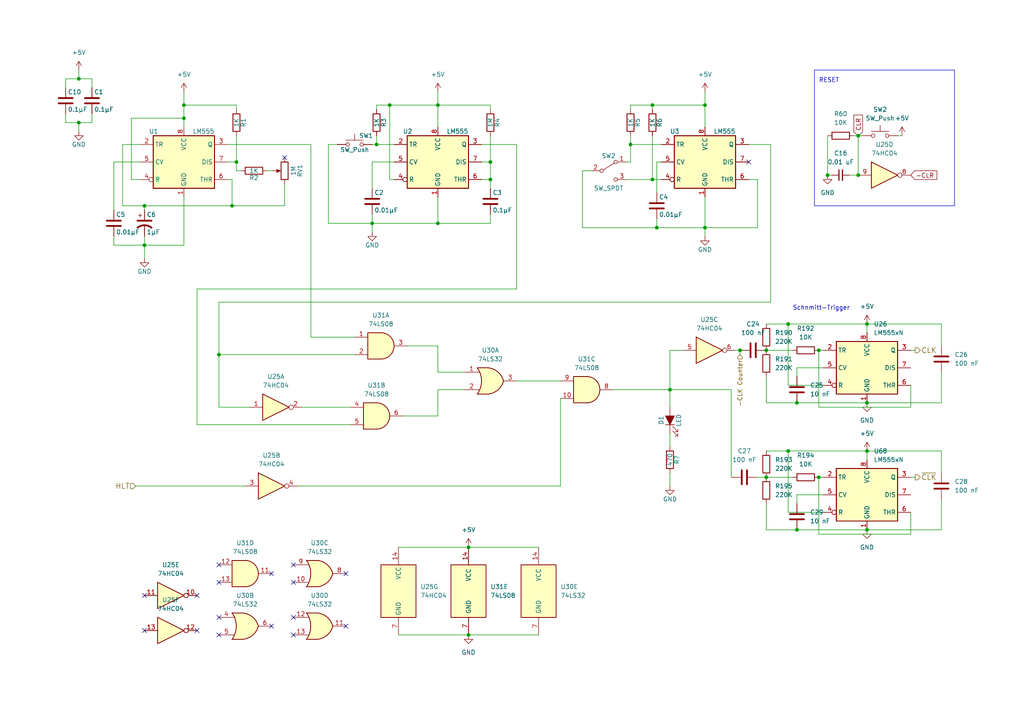
<source format=kicad_sch>
(kicad_sch (version 20230121) (generator eeschema)
  (paper "A4")
  (title_block (title "Clock") (date "2023-07-14") (rev "1"))
  (lib_symbols
    (symbol "74xx:74HC04"
      (property "Reference" "U" (at 0 1.27 0))
      (property "Value" "74HC04" (at 0 -1.27 0))
      (symbol "74HC04_1_0"
        (pin input line (at -7.62 0 0) (length 3.81) (name "~") (number "1"))
        (pin output inverted (at 7.62 0 180) (length 3.81) (name "~") (number "2"))
      )
      (symbol "74HC04_2_0"
        (pin input line (at -7.62 0 0) (length 3.81) (name "~") (number "3"))
        (pin output inverted (at 7.62 0 180) (length 3.81) (name "~") (number "4"))
      )
      (symbol "74HC04_3_0"
        (pin input line (at -7.62 0 0) (length 3.81) (name "~") (number "5"))
        (pin output inverted (at 7.62 0 180) (length 3.81) (name "~") (number "6"))
      )
      (symbol "74HC04_4_0"
        (pin output inverted (at 7.62 0 180) (length 3.81) (name "~") (number "8"))
        (pin input line (at -7.62 0 0) (length 3.81) (name "~") (number "9"))
      )
      (symbol "74HC04_5_0"
        (pin output inverted (at 7.62 0 180) (length 3.81) (name "~") (number "10"))
        (pin input line (at -7.62 0 0) (length 3.81) (name "~") (number "11"))
      )
      (symbol "74HC04_6_0"
        (pin output inverted (at 7.62 0 180) (length 3.81) (name "~") (number "12"))
        (pin input line (at -7.62 0 0) (length 3.81) (name "~") (number "13"))
      )
      (symbol "74HC04_7_0"
        (pin power_in line (at 0 12.7 270) (length 5.08) (name "VCC") (number "14"))
        (pin power_in line (at 0 -12.7 90) (length 5.08) (name "GND") (number "7"))
      )
    )
    (symbol "74xx:74LS08" (pin_names (offset 1.016))
      (property "Reference" "U" (at 0 1.27 0))
      (property "Value" "74LS08" (at 0 -1.27 0))
      (symbol "74LS08_1_1"
        (pin input line (at -7.62 2.54 0) (length 3.81) (name "~") (number "1"))
        (pin input line (at -7.62 -2.54 0) (length 3.81) (name "~") (number "2"))
        (pin output line (at 7.62 0 180) (length 3.81) (name "~") (number "3"))
      )
      (symbol "74LS08_1_2"
        (pin input inverted (at -7.62 2.54 0) (length 4.318) (name "~") (number "1"))
        (pin input inverted (at -7.62 -2.54 0) (length 4.318) (name "~") (number "2"))
        (pin output inverted (at 7.62 0 180) (length 3.81) (name "~") (number "3"))
      )
      (symbol "74LS08_2_1"
        (pin input line (at -7.62 2.54 0) (length 3.81) (name "~") (number "4"))
        (pin input line (at -7.62 -2.54 0) (length 3.81) (name "~") (number "5"))
        (pin output line (at 7.62 0 180) (length 3.81) (name "~") (number "6"))
      )
      (symbol "74LS08_2_2"
        (pin input inverted (at -7.62 2.54 0) (length 4.318) (name "~") (number "4"))
        (pin input inverted (at -7.62 -2.54 0) (length 4.318) (name "~") (number "5"))
        (pin output inverted (at 7.62 0 180) (length 3.81) (name "~") (number "6"))
      )
      (symbol "74LS08_3_1"
        (pin input line (at -7.62 -2.54 0) (length 3.81) (name "~") (number "10"))
        (pin output line (at 7.62 0 180) (length 3.81) (name "~") (number "8"))
        (pin input line (at -7.62 2.54 0) (length 3.81) (name "~") (number "9"))
      )
      (symbol "74LS08_3_2"
        (pin input inverted (at -7.62 -2.54 0) (length 4.318) (name "~") (number "10"))
        (pin output inverted (at 7.62 0 180) (length 3.81) (name "~") (number "8"))
        (pin input inverted (at -7.62 2.54 0) (length 4.318) (name "~") (number "9"))
      )
      (symbol "74LS08_4_1"
        (pin output line (at 7.62 0 180) (length 3.81) (name "~") (number "11"))
        (pin input line (at -7.62 2.54 0) (length 3.81) (name "~") (number "12"))
        (pin input line (at -7.62 -2.54 0) (length 3.81) (name "~") (number "13"))
      )
      (symbol "74LS08_4_2"
        (pin output inverted (at 7.62 0 180) (length 3.81) (name "~") (number "11"))
        (pin input inverted (at -7.62 2.54 0) (length 4.318) (name "~") (number "12"))
        (pin input inverted (at -7.62 -2.54 0) (length 4.318) (name "~") (number "13"))
      )
      (symbol "74LS08_5_0"
        (pin power_in line (at 0 12.7 270) (length 5.08) (name "VCC") (number "14"))
        (pin power_in line (at 0 -12.7 90) (length 5.08) (name "GND") (number "7"))
      )
    )
    (symbol "74xx:74LS32" (pin_names (offset 1.016))
      (property "Reference" "U" (at 0 1.27 0))
      (property "Value" "74LS32" (at 0 -1.27 0))
      (symbol "74LS32_1_1"
        (pin input line (at -7.62 2.54 0) (length 4.318) (name "~") (number "1"))
        (pin input line (at -7.62 -2.54 0) (length 4.318) (name "~") (number "2"))
        (pin output line (at 7.62 0 180) (length 3.81) (name "~") (number "3"))
      )
      (symbol "74LS32_1_2"
        (pin input inverted (at -7.62 2.54 0) (length 3.81) (name "~") (number "1"))
        (pin input inverted (at -7.62 -2.54 0) (length 3.81) (name "~") (number "2"))
        (pin output inverted (at 7.62 0 180) (length 3.81) (name "~") (number "3"))
      )
      (symbol "74LS32_2_1"
        (pin input line (at -7.62 2.54 0) (length 4.318) (name "~") (number "4"))
        (pin input line (at -7.62 -2.54 0) (length 4.318) (name "~") (number "5"))
        (pin output line (at 7.62 0 180) (length 3.81) (name "~") (number "6"))
      )
      (symbol "74LS32_2_2"
        (pin input inverted (at -7.62 2.54 0) (length 3.81) (name "~") (number "4"))
        (pin input inverted (at -7.62 -2.54 0) (length 3.81) (name "~") (number "5"))
        (pin output inverted (at 7.62 0 180) (length 3.81) (name "~") (number "6"))
      )
      (symbol "74LS32_3_1"
        (pin input line (at -7.62 -2.54 0) (length 4.318) (name "~") (number "10"))
        (pin output line (at 7.62 0 180) (length 3.81) (name "~") (number "8"))
        (pin input line (at -7.62 2.54 0) (length 4.318) (name "~") (number "9"))
      )
      (symbol "74LS32_3_2"
        (pin input inverted (at -7.62 -2.54 0) (length 3.81) (name "~") (number "10"))
        (pin output inverted (at 7.62 0 180) (length 3.81) (name "~") (number "8"))
        (pin input inverted (at -7.62 2.54 0) (length 3.81) (name "~") (number "9"))
      )
      (symbol "74LS32_4_1"
        (pin output line (at 7.62 0 180) (length 3.81) (name "~") (number "11"))
        (pin input line (at -7.62 2.54 0) (length 4.318) (name "~") (number "12"))
        (pin input line (at -7.62 -2.54 0) (length 4.318) (name "~") (number "13"))
      )
      (symbol "74LS32_4_2"
        (pin output inverted (at 7.62 0 180) (length 3.81) (name "~") (number "11"))
        (pin input inverted (at -7.62 2.54 0) (length 3.81) (name "~") (number "12"))
        (pin input inverted (at -7.62 -2.54 0) (length 3.81) (name "~") (number "13"))
      )
      (symbol "74LS32_5_0"
        (pin power_in line (at 0 12.7 270) (length 5.08) (name "VCC") (number "14"))
        (pin power_in line (at 0 -12.7 90) (length 5.08) (name "GND") (number "7"))
      )
    )
    (symbol "8bit-computer-rescue:CP1-Device" (pin_numbers hide) (pin_names (offset 0.254) hide)
      (property "Reference" "C" (at 0.635 2.54 0))
      (property "Value" "Device:CP1" (at 0.635 -2.54 0))
      (symbol "CP1-Device_1_1"
        (pin passive line (at 0 3.81 270) (length 2.794) (name "~") (number "1"))
        (pin passive line (at 0 -3.81 90) (length 3.302) (name "~") (number "2"))
      )
    )
    (symbol "8bit-computer-rescue:LED_ALT-Device" (pin_numbers hide) (pin_names (offset 1.016) hide)
      (property "Reference" "D" (at 0 2.54 0))
      (property "Value" "Device:LED_ALT" (at 0 -2.54 0))
      (symbol "LED_ALT-Device_1_1"
        (pin passive line (at -3.81 0 0) (length 2.54) (name "K") (number "1"))
        (pin passive line (at 3.81 0 180) (length 2.54) (name "A") (number "2"))
      )
    )
    (symbol "8bit-computer-rescue:LM555-8bit-computer-rescue"
      (property "Reference" "U" (at -10.16 8.89 0))
      (property "Value" "8bit-computer-rescue:LM555" (at 2.54 8.89 0))
      (symbol "LM555-8bit-computer-rescue_0_0"
        (pin power_in line (at 0 -10.16 90) (length 2.54) (name "GND") (number "1"))
        (pin power_in line (at 0 10.16 270) (length 2.54) (name "VCC") (number "8"))
      )
      (symbol "LM555-8bit-computer-rescue_1_1"
        (pin input line (at -12.7 5.08 0) (length 3.81) (name "TR") (number "2"))
        (pin output line (at 12.7 5.08 180) (length 3.81) (name "Q") (number "3"))
        (pin input inverted (at -12.7 -5.08 0) (length 3.81) (name "R") (number "4"))
        (pin input line (at -12.7 0 0) (length 3.81) (name "CV") (number "5"))
        (pin input line (at 12.7 -5.08 180) (length 3.81) (name "THR") (number "6"))
        (pin input line (at 12.7 0 180) (length 3.81) (name "DIS") (number "7"))
      )
    )
    (symbol "8bit-computer-rescue:POT-8bit-computer-rescue" (pin_numbers hide) (pin_names (offset 1.016) hide)
      (property "Reference" "RV" (at -4.445 0 90))
      (property "Value" "8bit-computer-rescue:POT" (at -2.54 0 90))
      (symbol "POT-8bit-computer-rescue_1_1"
        (pin passive line (at 0 3.81 270) (length 1.27) (name "1") (number "1"))
        (pin passive line (at 3.81 0 180) (length 1.27) (name "2") (number "2"))
        (pin passive line (at 0 -3.81 90) (length 1.27) (name "3") (number "3"))
      )
    )
    (symbol "8bit-computer-rescue:SW_Push-8bit-computer-rescue" (pin_numbers hide) (pin_names (offset 1.016) hide)
      (property "Reference" "SW" (at 1.27 2.54 0))
      (property "Value" "8bit-computer-rescue:SW_Push" (at 0 -1.524 0))
      (symbol "SW_Push-8bit-computer-rescue_0_1"
        (pin passive line (at -5.08 0 0) (length 2.54) (name "1") (number "1"))
        (pin passive line (at 5.08 0 180) (length 2.54) (name "2") (number "2"))
      )
    )
    (symbol "8bit-computer-rescue:SW_SPDT-8bit-computer-rescue" (pin_names (offset 0) hide)
      (property "Reference" "SW" (at 0 4.318 0))
      (property "Value" "8bit-computer-rescue:SW_SPDT" (at 0 -5.08 0))
      (symbol "SW_SPDT-8bit-computer-rescue_1_1"
        (pin passive line (at 5.08 2.54 180) (length 2.54) (name "A") (number "1"))
        (pin passive line (at -5.08 0 0) (length 2.54) (name "B") (number "2"))
        (pin passive line (at 5.08 -2.54 180) (length 2.54) (name "C") (number "3"))
      )
    )
    (symbol "Device:C" (pin_numbers hide) (pin_names (offset 0.254))
      (property "Reference" "C" (at 0.635 2.54 0))
      (property "Value" "C" (at 0.635 -2.54 0))
      (symbol "C_1_1"
        (pin passive line (at 0 3.81 270) (length 2.794) (name "~") (number "1"))
        (pin passive line (at 0 -3.81 90) (length 2.794) (name "~") (number "2"))
      )
    )
    (symbol "Device:C_Small" (pin_numbers hide) (pin_names (offset 0.254) hide)
      (property "Reference" "C" (at 0.254 1.778 0))
      (property "Value" "C_Small" (at 0.254 -2.032 0))
      (symbol "C_Small_1_1"
        (pin passive line (at 0 2.54 270) (length 2.032) (name "~") (number "1"))
        (pin passive line (at 0 -2.54 90) (length 2.032) (name "~") (number "2"))
      )
    )
    (symbol "Device:R" (pin_numbers hide) (pin_names (offset 0))
      (property "Reference" "R" (at 2.032 0 90))
      (property "Value" "R" (at 0 0 90))
      (symbol "R_1_1"
        (pin passive line (at 0 3.81 270) (length 1.27) (name "~") (number "1"))
        (pin passive line (at 0 -3.81 90) (length 1.27) (name "~") (number "2"))
      )
    )
    (symbol "Switch:SW_Push" (pin_numbers hide) (pin_names (offset 1.016) hide)
      (property "Reference" "SW" (at 1.27 2.54 0))
      (property "Value" "SW_Push" (at 0 -1.524 0))
      (symbol "SW_Push_0_1"
        (pin passive line (at -5.08 0 0) (length 2.54) (name "1") (number "1"))
        (pin passive line (at 5.08 0 180) (length 2.54) (name "2") (number "2"))
      )
    )
    (symbol "Timer:LM555xN"
      (property "Reference" "U" (at -10.16 8.89 0))
      (property "Value" "LM555xN" (at 2.54 8.89 0))
      (symbol "LM555xN_0_0"
        (pin power_in line (at 0 -10.16 90) (length 2.54) (name "GND") (number "1"))
        (pin power_in line (at 0 10.16 270) (length 2.54) (name "VCC") (number "8"))
      )
      (symbol "LM555xN_1_1"
        (pin input line (at -12.7 5.08 0) (length 3.81) (name "TR") (number "2"))
        (pin output line (at 12.7 5.08 180) (length 3.81) (name "Q") (number "3"))
        (pin input inverted (at -12.7 -5.08 0) (length 3.81) (name "R") (number "4"))
        (pin input line (at -12.7 0 0) (length 3.81) (name "CV") (number "5"))
        (pin input line (at 12.7 -5.08 180) (length 3.81) (name "THR") (number "6"))
        (pin input line (at 12.7 0 180) (length 3.81) (name "DIS") (number "7"))
      )
    )
    (symbol "power:+5V" (power) (pin_names (offset 0))
      (property "Value" "+5V" (at 0 3.556 0))
      (symbol "+5V_1_1"
        (pin power_in line (at 0 0 90) (length 0) hide (name "+5V") (number "1"))
      )
    )
    (symbol "power:GND" (power) (pin_names (offset 0))
      (property "Value" "GND" (at 0 -3.81 0))
      (symbol "GND_1_1"
        (pin power_in line (at 0 0 270) (length 0) hide (name "GND") (number "1"))
      )
    )
  )
  (junction (at 135.89 158.75))
  (junction (at 214.63 101.6))
  (junction (at 22.86 35.56))
  (junction (at 222.25 101.6))
  (junction (at 41.91 71.12))
  (junction (at 251.46 130.81))
  (junction (at 182.88 41.91))
  (junction (at 68.58 46.99))
  (junction (at 67.31 59.69))
  (junction (at 142.24 52.07))
  (junction (at 22.86 22.86))
  (junction (at 204.47 66.04))
  (junction (at 41.91 59.69))
  (junction (at 135.89 184.15))
  (junction (at 127 30.48))
  (junction (at 107.95 64.77))
  (junction (at 127 64.77))
  (junction (at 189.23 52.07))
  (junction (at 109.22 41.91))
  (junction (at 53.34 34.29))
  (junction (at 251.46 116.84))
  (junction (at 53.34 30.48))
  (junction (at 228.6 130.81))
  (junction (at 142.24 46.99))
  (junction (at 113.03 30.48))
  (junction (at 190.5 66.04))
  (junction (at 248.92 39.37))
  (junction (at 228.6 93.98))
  (junction (at 63.5 102.87))
  (junction (at 231.14 153.67))
  (junction (at 240.03 50.8))
  (junction (at 248.92 50.8))
  (junction (at 194.31 113.03))
  (junction (at 251.46 93.98))
  (junction (at 231.14 116.84))
  (junction (at 204.47 30.48))
  (junction (at 251.46 153.67))
  (junction (at 189.23 30.48))
  (junction (at 237.49 138.43))
  (junction (at 237.49 101.6))
  (junction (at 222.25 138.43))
  (no_connect (at 78.74 166.37))
  (no_connect (at 85.09 163.83))
  (no_connect (at 63.5 179.07))
  (no_connect (at 100.33 181.61))
  (no_connect (at 41.91 172.72))
  (no_connect (at 63.5 168.91))
  (no_connect (at 57.15 172.72))
  (no_connect (at 85.09 184.15))
  (no_connect (at 41.91 182.88))
  (no_connect (at 63.5 184.15))
  (no_connect (at 63.5 163.83))
  (no_connect (at 100.33 166.37))
  (no_connect (at 82.55 45.72))
  (no_connect (at 85.09 168.91))
  (no_connect (at 85.09 179.07))
  (no_connect (at 57.15 182.88))
  (no_connect (at 217.17 46.99))
  (no_connect (at 78.74 181.61))
  (wire (pts (xy 237.49 138.43) (xy 237.49 154.94)))
  (wire (pts (xy 194.31 140.97) (xy 194.31 137.16)))
  (wire (pts (xy 107.95 62.23) (xy 107.95 64.77)))
  (wire (pts (xy 223.52 87.63) (xy 223.52 41.91)))
  (wire (pts (xy 41.91 71.12) (xy 41.91 74.93)))
  (wire (pts (xy 41.91 68.58) (xy 41.91 71.12)))
  (wire (pts (xy 194.31 113.03) (xy 194.31 118.11)))
  (wire (pts (xy 63.5 102.87) (xy 102.87 102.87)))
  (wire (pts (xy 237.49 118.11) (xy 264.16 118.11)))
  (wire (pts (xy 182.88 31.75) (xy 182.88 30.48)))
  (wire (pts (xy 68.58 39.37) (xy 68.58 46.99)))
  (wire (pts (xy 237.49 101.6) (xy 237.49 118.11)))
  (wire (pts (xy 53.34 26.67) (xy 53.34 30.48)))
  (wire (pts (xy 68.58 46.99) (xy 68.58 49.53)))
  (wire (pts (xy 107.95 64.77) (xy 107.95 67.31)))
  (wire (pts (xy 273.05 153.67) (xy 251.46 153.67)))
  (wire (pts (xy 248.92 39.37) (xy 250.19 39.37)))
  (wire (pts (xy 231.14 106.68) (xy 231.14 109.22)))
  (wire (pts (xy 273.05 93.98) (xy 251.46 93.98)))
  (wire (pts (xy 182.88 41.91) (xy 191.77 41.91)))
  (wire (pts (xy 53.34 30.48) (xy 53.34 34.29)))
  (wire (pts (xy 149.86 110.49) (xy 162.56 110.49)))
  (wire (pts (xy 97.79 41.91) (xy 95.25 41.91)))
  (wire (pts (xy 135.89 158.75) (xy 156.21 158.75)))
  (wire (pts (xy 139.7 46.99) (xy 142.24 46.99)))
  (wire (pts (xy 82.55 59.69) (xy 82.55 53.34)))
  (wire (pts (xy 204.47 57.15) (xy 204.47 66.04)))
  (wire (pts (xy 168.91 66.04) (xy 190.5 66.04)))
  (wire (pts (xy 114.3 46.99) (xy 107.95 46.99)))
  (wire (pts (xy 67.31 59.69) (xy 82.55 59.69)))
  (wire (pts (xy 251.46 130.81) (xy 251.46 133.35)))
  (wire (pts (xy 214.63 101.6) (xy 214.63 102.87)))
  (wire (pts (xy 142.24 39.37) (xy 142.24 46.99)))
  (wire (pts (xy 63.5 118.11) (xy 72.39 118.11)))
  (wire (pts (xy 40.64 41.91) (xy 35.56 41.91)))
  (wire (pts (xy 35.56 59.69) (xy 41.91 59.69)))
  (wire (pts (xy 38.1 52.07) (xy 38.1 34.29)))
  (wire (pts (xy 95.25 41.91) (xy 95.25 64.77)))
  (wire (pts (xy 127 113.03) (xy 134.62 113.03)))
  (wire (pts (xy 251.46 93.98) (xy 251.46 96.52)))
  (wire (pts (xy 231.14 143.51) (xy 231.14 146.05)))
  (wire (pts (xy 127 30.48) (xy 142.24 30.48)))
  (wire (pts (xy 86.36 140.97) (xy 162.56 140.97)))
  (wire (pts (xy 222.25 130.81) (xy 228.6 130.81)))
  (wire (pts (xy 127 30.48) (xy 127 36.83)))
  (wire (pts (xy 264.16 101.6) (xy 265.43 101.6)))
  (wire (pts (xy 33.02 71.12) (xy 41.91 71.12)))
  (wire (pts (xy 229.87 138.43) (xy 222.25 138.43)))
  (wire (pts (xy 219.71 52.07) (xy 217.17 52.07)))
  (wire (pts (xy 204.47 66.04) (xy 219.71 66.04)))
  (wire (pts (xy 127 26.67) (xy 127 30.48)))
  (wire (pts (xy 189.23 52.07) (xy 191.77 52.07)))
  (wire (pts (xy 107.95 64.77) (xy 127 64.77)))
  (wire (pts (xy 90.17 41.91) (xy 90.17 97.79)))
  (wire (pts (xy 273.05 130.81) (xy 251.46 130.81)))
  (wire (pts (xy 222.25 146.05) (xy 222.25 153.67)))
  (wire (pts (xy 238.76 138.43) (xy 237.49 138.43)))
  (wire (pts (xy 204.47 66.04) (xy 204.47 68.58)))
  (wire (pts (xy 68.58 30.48) (xy 53.34 30.48)))
  (wire (pts (xy 127 107.95) (xy 134.62 107.95)))
  (wire (pts (xy 77.47 49.53) (xy 78.74 49.53)))
  (wire (pts (xy 22.86 22.86) (xy 22.86 20.32)))
  (wire (pts (xy 177.8 113.03) (xy 194.31 113.03)))
  (wire (pts (xy 66.04 41.91) (xy 90.17 41.91)))
  (wire (pts (xy 222.25 153.67) (xy 231.14 153.67)))
  (wire (pts (xy 264.16 118.11) (xy 264.16 111.76)))
  (wire (pts (xy 127 100.33) (xy 127 107.95)))
  (wire (pts (xy 182.88 39.37) (xy 182.88 41.91)))
  (wire (pts (xy 127 113.03) (xy 127 120.65)))
  (wire (pts (xy 228.6 93.98) (xy 251.46 93.98)))
  (wire (pts (xy 238.76 106.68) (xy 231.14 106.68)))
  (wire (pts (xy 194.31 125.73) (xy 194.31 129.54)))
  (wire (pts (xy 107.95 41.91) (xy 109.22 41.91)))
  (wire (pts (xy 247.65 39.37) (xy 248.92 39.37)))
  (wire (pts (xy 231.14 153.67) (xy 251.46 153.67)))
  (wire (pts (xy 113.03 52.07) (xy 114.3 52.07)))
  (wire (pts (xy 264.16 154.94) (xy 264.16 148.59)))
  (wire (pts (xy 228.6 111.76) (xy 228.6 93.98)))
  (wire (pts (xy 68.58 49.53) (xy 69.85 49.53)))
  (wire (pts (xy 109.22 41.91) (xy 114.3 41.91)))
  (wire (pts (xy 273.05 107.95) (xy 273.05 116.84)))
  (wire (pts (xy 190.5 63.5) (xy 190.5 66.04)))
  (wire (pts (xy 168.91 49.53) (xy 168.91 66.04)))
  (wire (pts (xy 39.37 140.97) (xy 71.12 140.97)))
  (wire (pts (xy 66.04 46.99) (xy 68.58 46.99)))
  (wire (pts (xy 273.05 144.78) (xy 273.05 153.67)))
  (wire (pts (xy 194.31 101.6) (xy 198.12 101.6)))
  (wire (pts (xy 67.31 59.69) (xy 67.31 52.07)))
  (wire (pts (xy 40.64 46.99) (xy 33.02 46.99)))
  (wire (pts (xy 38.1 34.29) (xy 53.34 34.29)))
  (wire (pts (xy 22.86 35.56) (xy 26.67 35.56)))
  (wire (pts (xy 238.76 143.51) (xy 231.14 143.51)))
  (wire (pts (xy 40.64 52.07) (xy 38.1 52.07)))
  (wire (pts (xy 113.03 52.07) (xy 113.03 30.48)))
  (wire (pts (xy 222.25 116.84) (xy 231.14 116.84)))
  (wire (pts (xy 26.67 22.86) (xy 26.67 25.4)))
  (wire (pts (xy 212.09 138.43) (xy 212.09 113.03)))
  (wire (pts (xy 95.25 64.77) (xy 107.95 64.77)))
  (wire (pts (xy 41.91 59.69) (xy 67.31 59.69)))
  (wire (pts (xy 57.15 123.19) (xy 101.6 123.19)))
  (wire (pts (xy 237.49 154.94) (xy 264.16 154.94)))
  (wire (pts (xy 240.03 50.8) (xy 240.03 39.37)))
  (wire (pts (xy 204.47 30.48) (xy 204.47 36.83)))
  (wire (pts (xy 115.57 158.75) (xy 135.89 158.75)))
  (wire (pts (xy 19.05 33.02) (xy 19.05 35.56)))
  (wire (pts (xy 19.05 25.4) (xy 19.05 22.86)))
  (wire (pts (xy 181.61 52.07) (xy 189.23 52.07)))
  (wire (pts (xy 35.56 41.91) (xy 35.56 59.69)))
  (wire (pts (xy 22.86 38.1) (xy 22.86 35.56)))
  (wire (pts (xy 33.02 46.99) (xy 33.02 60.96)))
  (wire (pts (xy 109.22 39.37) (xy 109.22 41.91)))
  (wire (pts (xy 182.88 46.99) (xy 181.61 46.99)))
  (wire (pts (xy 219.71 138.43) (xy 222.25 138.43)))
  (wire (pts (xy 63.5 102.87) (xy 63.5 118.11)))
  (wire (pts (xy 260.35 39.37) (xy 261.62 39.37)))
  (wire (pts (xy 240.03 50.8) (xy 241.3 50.8)))
  (wire (pts (xy 26.67 33.02) (xy 26.67 35.56)))
  (wire (pts (xy 273.05 100.33) (xy 273.05 93.98)))
  (wire (pts (xy 118.11 100.33) (xy 127 100.33)))
  (wire (pts (xy 219.71 66.04) (xy 219.71 52.07)))
  (wire (pts (xy 223.52 41.91) (xy 217.17 41.91)))
  (wire (pts (xy 68.58 31.75) (xy 68.58 30.48)))
  (wire (pts (xy 212.09 113.03) (xy 194.31 113.03)))
  (wire (pts (xy 189.23 31.75) (xy 189.23 30.48)))
  (wire (pts (xy 273.05 137.16) (xy 273.05 130.81)))
  (wire (pts (xy 194.31 101.6) (xy 194.31 113.03)))
  (wire (pts (xy 142.24 30.48) (xy 142.24 31.75)))
  (wire (pts (xy 149.86 83.82) (xy 57.15 83.82)))
  (wire (pts (xy 191.77 46.99) (xy 190.5 46.99)))
  (wire (pts (xy 190.5 66.04) (xy 204.47 66.04)))
  (wire (pts (xy 222.25 109.22) (xy 222.25 116.84)))
  (wire (pts (xy 238.76 148.59) (xy 228.6 148.59)))
  (wire (pts (xy 109.22 30.48) (xy 109.22 31.75)))
  (wire (pts (xy 57.15 83.82) (xy 57.15 123.19)))
  (wire (pts (xy 115.57 184.15) (xy 135.89 184.15)))
  (wire (pts (xy 116.84 120.65) (xy 127 120.65)))
  (wire (pts (xy 107.95 46.99) (xy 107.95 54.61)))
  (wire (pts (xy 33.02 68.58) (xy 33.02 71.12)))
  (wire (pts (xy 19.05 22.86) (xy 22.86 22.86)))
  (wire (pts (xy 41.91 59.69) (xy 41.91 60.96)))
  (wire (pts (xy 171.45 49.53) (xy 168.91 49.53)))
  (wire (pts (xy 273.05 116.84) (xy 251.46 116.84)))
  (wire (pts (xy 264.16 138.43) (xy 265.43 138.43)))
  (wire (pts (xy 222.25 93.98) (xy 228.6 93.98)))
  (wire (pts (xy 109.22 30.48) (xy 113.03 30.48)))
  (wire (pts (xy 228.6 130.81) (xy 251.46 130.81)))
  (wire (pts (xy 41.91 71.12) (xy 53.34 71.12)))
  (wire (pts (xy 248.92 39.37) (xy 248.92 50.8)))
  (wire (pts (xy 127 64.77) (xy 127 57.15)))
  (wire (pts (xy 113.03 30.48) (xy 127 30.48)))
  (wire (pts (xy 19.05 35.56) (xy 22.86 35.56)))
  (wire (pts (xy 189.23 39.37) (xy 189.23 52.07)))
  (wire (pts (xy 149.86 41.91) (xy 149.86 83.82)))
  (wire (pts (xy 182.88 41.91) (xy 182.88 46.99)))
  (wire (pts (xy 246.38 50.8) (xy 248.92 50.8)))
  (wire (pts (xy 189.23 30.48) (xy 204.47 30.48)))
  (wire (pts (xy 90.17 97.79) (xy 102.87 97.79)))
  (wire (pts (xy 142.24 46.99) (xy 142.24 52.07)))
  (wire (pts (xy 142.24 64.77) (xy 142.24 62.23)))
  (wire (pts (xy 229.87 101.6) (xy 222.25 101.6)))
  (wire (pts (xy 231.14 116.84) (xy 251.46 116.84)))
  (wire (pts (xy 127 64.77) (xy 142.24 64.77)))
  (wire (pts (xy 238.76 111.76) (xy 228.6 111.76)))
  (wire (pts (xy 142.24 52.07) (xy 139.7 52.07)))
  (wire (pts (xy 67.31 52.07) (xy 66.04 52.07)))
  (wire (pts (xy 63.5 87.63) (xy 223.52 87.63)))
  (wire (pts (xy 238.76 101.6) (xy 237.49 101.6)))
  (wire (pts (xy 139.7 41.91) (xy 149.86 41.91)))
  (wire (pts (xy 87.63 118.11) (xy 101.6 118.11)))
  (wire (pts (xy 53.34 71.12) (xy 53.34 57.15)))
  (wire (pts (xy 213.36 101.6) (xy 214.63 101.6)))
  (wire (pts (xy 228.6 148.59) (xy 228.6 130.81)))
  (wire (pts (xy 135.89 184.15) (xy 156.21 184.15)))
  (wire (pts (xy 53.34 34.29) (xy 53.34 36.83)))
  (wire (pts (xy 204.47 26.67) (xy 204.47 30.48)))
  (wire (pts (xy 162.56 140.97) (xy 162.56 115.57)))
  (wire (pts (xy 182.88 30.48) (xy 189.23 30.48)))
  (wire (pts (xy 142.24 52.07) (xy 142.24 54.61)))
  (wire (pts (xy 63.5 87.63) (xy 63.5 102.87)))
  (wire (pts (xy 190.5 46.99) (xy 190.5 55.88)))
  (wire (pts (xy 22.86 22.86) (xy 26.67 22.86)))
  (rectangle (start 236.22 20.32) (end 276.86 59.69))
  (text "Schnmitt-Trigger" (at 229.87 90.17 0) (effects (font (size 1.27 1.27)) (justify left bottom)))
  (text "RESET" (at 237.49 24.13 0) (effects (font (size 1.27 1.27)) (justify left bottom)))
  (global_label "CLR" (shape input) (at 248.92 39.37 90) (property "Intersheetrefs" "${INTERSHEET_REFS}" (effects hide)))
  (global_label "-CLR" (shape input) (at 264.16 50.8 0) (property "Intersheetrefs" "${INTERSHEET_REFS}" (effects hide)))
  (hierarchical_label "~{CLK}" (shape output) (at 265.43 138.43 0) (effects (font (size 1.524 1.524))))
  (hierarchical_label "-CLK Counter" (shape input) (at 214.63 102.87 270))
  (hierarchical_label "CLK" (shape output) (at 265.43 101.6 0) (effects (font (size 1.524 1.524))))
  (hierarchical_label "HLT" (shape input) (at 39.37 140.97 180) (effects (font (size 1.524 1.524))))
  (symbol (lib_id "8bit-computer-rescue:CP1-Device") (at 41.91 64.77 0) (unit 1)
    (property "Reference" "C6" (at 42.545 62.23 0) (effects (justify left)))
    (property "Value" "1µF" (at 42.545 67.31 0) (effects (justify left)))
    (property "Footprint" "Capacitor_THT:CP_Radial_D5.0mm_P2.00mm" (effects hide))
    (instances (project "8bit-computer" (path "" (reference "C6") (unit 1))) (project "SAP-Extended" (path "" (reference "C9") (unit 1))))
  )
  (symbol (lib_id "Device:R") (at 194.31 133.35 0) (unit 1)
    (property "Reference" "R7" (at 196.342 133.35 90))
    (property "Value" "470" (at 194.31 133.35 90))
    (property "Footprint" "Resistor_SMD:R_1206_3216Metric_Pad1.30x1.75mm_HandSolder" (effects hide))
    (instances (project "8bit-computer" (path "" (reference "R7") (unit 1))) (project "SAP-Extended" (path "" (reference "R67") (unit 1))))
  )
  (symbol (lib_id "Device:R") (at 222.25 142.24 0) (unit 1)
    (property "Reference" "R195" (at 224.79 140.97 0) (effects (justify left)))
    (property "Value" "220K" (at 224.79 143.51 0) (effects (justify left)))
    (property "Footprint" "Resistor_SMD:R_1206_3216Metric_Pad1.30x1.75mm_HandSolder" (effects hide))
  )
  (symbol (lib_id "74xx:74LS08") (at 71.12 166.37 0) (unit 4)
    (property "Reference" "U31" (at 71.1117 157.48 0))
    (property "Value" "74LS08" (at 71.1117 160.02 0))
    (property "Footprint" "Package_DIP:DIP-14_W7.62mm_Socket" (effects hide))
    (property "Datasheet" "http://www.ti.com/lit/gpn/sn74LS08" (effects hide))
  )
  (symbol (lib_id "Device:R") (at 109.22 35.56 0) (unit 1)
    (property "Reference" "R3" (at 111.252 35.56 90))
    (property "Value" "1K" (at 109.22 35.56 90))
    (property "Footprint" "Resistor_SMD:R_1206_3216Metric_Pad1.30x1.75mm_HandSolder" (effects hide))
    (instances (project "8bit-computer" (path "" (reference "R3") (unit 1))) (project "SAP-Extended" (path "" (reference "R62") (unit 1))))
  )
  (symbol (lib_id "power:+5V") (at 127 26.67 0) (unit 1)
    (property "Reference" "#PWR050" (effects hide))
    (property "Value" "+5V" (at 127 21.59 0))
  )
  (symbol (lib_id "Device:C") (at 107.95 58.42 0) (unit 1)
    (property "Reference" "C2" (at 108.585 55.88 0) (effects (justify left)))
    (property "Value" "0.01µF" (at 108.585 60.96 0) (effects (justify left)))
    (property "Footprint" "Capacitor_SMD:C_1206_3216Metric_Pad1.33x1.80mm_HandSolder" (effects hide))
    (instances (project "8bit-computer" (path "" (reference "C2") (unit 1))) (project "SAP-Extended" (path "" (reference "C5") (unit 1))))
  )
  (symbol (lib_id "74xx:74HC04") (at 115.57 171.45 0) (unit 7)
    (property "Reference" "U25" (at 121.92 170.18 0) (effects (justify left)))
    (property "Value" "74HC04" (at 121.92 172.72 0) (effects (justify left)))
    (property "Footprint" "Package_DIP:DIP-14_W7.62mm_Socket" (effects hide))
    (property "Datasheet" "https://assets.nexperia.com/documents/data-sheet/74HC_HCT04.pdf" (effects hide))
  )
  (symbol (lib_id "Device:R") (at 182.88 35.56 0) (unit 1)
    (property "Reference" "R5" (at 184.912 35.56 90))
    (property "Value" "1K" (at 182.88 35.56 90))
    (property "Footprint" "Resistor_SMD:R_1206_3216Metric_Pad1.30x1.75mm_HandSolder" (effects hide))
    (instances (project "8bit-computer" (path "" (reference "R5") (unit 1))) (project "SAP-Extended" (path "" (reference "R64") (unit 1))))
  )
  (symbol (lib_id "Device:C") (at 273.05 104.14 0) (unit 1)
    (property "Reference" "C26" (at 276.86 102.87 0) (effects (justify left)))
    (property "Value" "100 nF" (at 276.86 105.41 0) (effects (justify left)))
    (property "Footprint" "Resistor_SMD:R_1206_3216Metric_Pad1.30x1.75mm_HandSolder" (effects hide))
  )
  (symbol (lib_id "power:GND") (at 204.47 68.58 0) (unit 1)
    (property "Reference" "#PWR07" (effects hide))
    (property "Value" "GND" (at 204.47 72.39 0))
    (instances (project "8bit-computer" (path "" (reference "#PWR07") (unit 1))) (project "SAP-Extended" (path "" (reference "#PWR054") (unit 1))))
  )
  (symbol (lib_id "Device:C") (at 142.24 58.42 0) (unit 1)
    (property "Reference" "C3" (at 142.875 55.88 0) (effects (justify left)))
    (property "Value" "0.1µF" (at 142.875 60.96 0) (effects (justify left)))
    (property "Footprint" "Capacitor_SMD:C_1206_3216Metric_Pad1.33x1.80mm_HandSolder" (effects hide))
    (instances (project "8bit-computer" (path "" (reference "C3") (unit 1))) (project "SAP-Extended" (path "" (reference "C6") (unit 1))))
  )
  (symbol (lib_id "Device:R") (at 243.84 39.37 90) (unit 1)
    (property "Reference" "R60" (at 243.84 33.02 90))
    (property "Value" "10K" (at 243.84 35.56 90))
    (property "Footprint" "Resistor_SMD:R_1206_3216Metric_Pad1.30x1.75mm_HandSolder" (effects hide))
  )
  (symbol (lib_id "Device:C") (at 273.05 140.97 0) (unit 1)
    (property "Reference" "C28" (at 276.86 139.7 0) (effects (justify left)))
    (property "Value" "100 nF" (at 276.86 142.24 0) (effects (justify left)))
    (property "Footprint" "Resistor_SMD:R_1206_3216Metric_Pad1.30x1.75mm_HandSolder" (effects hide))
  )
  (symbol (lib_id "74xx:74LS32") (at 92.71 181.61 0) (unit 4)
    (property "Reference" "U30" (at 92.71 172.72 0))
    (property "Value" "74LS32" (at 92.71 175.26 0))
    (property "Footprint" "Package_DIP:DIP-14_W7.62mm_Socket" (effects hide))
    (property "Datasheet" "http://www.ti.com/lit/gpn/sn74LS32" (effects hide))
  )
  (symbol (lib_id "8bit-computer-rescue:LM555-8bit-computer-rescue") (at 204.47 46.99 0) (unit 1)
    (property "Reference" "U3" (at 194.31 38.1 0) (effects (justify left)))
    (property "Value" "LM555" (at 207.01 38.1 0) (effects (justify left)))
    (property "Footprint" "Package_DIP:DIP-8_W7.62mm_Socket" (effects hide))
    (instances (project "8bit-computer" (path "" (reference "U3") (unit 1))) (project "SAP-Extended" (path "" (reference "U29") (unit 1))))
  )
  (symbol (lib_id "74xx:74LS08") (at 135.89 171.45 0) (unit 5)
    (property "Reference" "U31" (at 142.24 170.18 0) (effects (justify left)))
    (property "Value" "74LS08" (at 142.24 172.72 0) (effects (justify left)))
    (property "Footprint" "Package_DIP:DIP-14_W7.62mm_Socket" (effects hide))
    (property "Datasheet" "http://www.ti.com/lit/gpn/sn74LS08" (effects hide))
  )
  (symbol (lib_id "74xx:74HC04") (at 49.53 172.72 0) (unit 5)
    (property "Reference" "U25" (at 49.53 163.83 0))
    (property "Value" "74HC04" (at 49.53 166.37 0))
    (property "Footprint" "Package_DIP:DIP-14_W7.62mm_Socket" (effects hide))
    (property "Datasheet" "https://assets.nexperia.com/documents/data-sheet/74HC_HCT04.pdf" (effects hide))
  )
  (symbol (lib_id "Device:R") (at 222.25 134.62 0) (unit 1)
    (property "Reference" "R193" (at 224.79 133.35 0) (effects (justify left)))
    (property "Value" "220K" (at 224.79 135.89 0) (effects (justify left)))
    (property "Footprint" "Resistor_SMD:R_1206_3216Metric_Pad1.30x1.75mm_HandSolder" (effects hide))
  )
  (symbol (lib_id "74xx:74HC04") (at 205.74 101.6 0) (unit 3)
    (property "Reference" "U25" (at 205.74 92.71 0))
    (property "Value" "74HC04" (at 205.74 95.25 0))
    (property "Footprint" "Package_DIP:DIP-14_W7.62mm_Socket" (effects hide))
    (property "Datasheet" "https://assets.nexperia.com/documents/data-sheet/74HC_HCT04.pdf" (effects hide))
  )
  (symbol (lib_id "power:+5V") (at 22.86 20.32 0) (unit 1)
    (property "Reference" "#PWR048" (effects hide))
    (property "Value" "+5V" (at 22.86 15.24 0))
  )
  (symbol (lib_id "Device:R") (at 222.25 97.79 0) (unit 1)
    (property "Reference" "R190" (at 224.79 96.52 0) (effects (justify left)))
    (property "Value" "220K" (at 224.79 99.06 0) (effects (justify left)))
    (property "Footprint" "Resistor_SMD:R_1206_3216Metric_Pad1.30x1.75mm_HandSolder" (effects hide))
  )
  (symbol (lib_id "8bit-computer-rescue:POT-8bit-computer-rescue") (at 82.55 49.53 180) (unit 1)
    (property "Reference" "RV1" (at 86.995 49.53 90))
    (property "Value" "1M" (at 85.09 49.53 90))
    (property "Footprint" "Potentiometer_THT:Potentiometer_Bourns_PTV09A-1_Single_Vertical" (effects hide))
  )
  (symbol (lib_id "74xx:74LS32") (at 156.21 171.45 0) (unit 5)
    (property "Reference" "U30" (at 162.56 170.18 0) (effects (justify left)))
    (property "Value" "74LS32" (at 162.56 172.72 0) (effects (justify left)))
    (property "Footprint" "Package_DIP:DIP-14_W7.62mm_Socket" (effects hide))
    (property "Datasheet" "http://www.ti.com/lit/gpn/sn74LS32" (effects hide))
  )
  (symbol (lib_id "Device:R") (at 142.24 35.56 0) (unit 1)
    (property "Reference" "R4" (at 144.272 35.56 90))
    (property "Value" "1M" (at 142.24 35.56 90))
    (property "Footprint" "Resistor_SMD:R_1206_3216Metric_Pad1.30x1.75mm_HandSolder" (effects hide))
    (instances (project "8bit-computer" (path "" (reference "R4") (unit 1))) (project "SAP-Extended" (path "" (reference "R63") (unit 1))))
  )
  (symbol (lib_id "Switch:SW_Push") (at 255.27 39.37 0) (unit 1)
    (property "Reference" "SW2" (at 255.27 31.75 0))
    (property "Value" "SW_Push" (at 255.27 34.29 0))
    (property "Footprint" "Button_Switch_THT:SW_PUSH_6mm" (effects hide))
  )
  (symbol (lib_id "power:+5V") (at 251.46 93.98 0) (unit 1)
    (property "Reference" "#PWR0129" (effects hide))
    (property "Value" "+5V" (at 251.46 88.9 0))
  )
  (symbol (lib_id "Device:C") (at 218.44 101.6 90) (unit 1)
    (property "Reference" "C24" (at 218.44 93.98 90))
    (property "Value" "100 nF" (at 218.44 96.52 90))
    (property "Footprint" "Resistor_SMD:R_1206_3216Metric_Pad1.30x1.75mm_HandSolder" (effects hide))
  )
  (symbol (lib_id "Device:C") (at 26.67 29.21 0) (unit 1)
    (property "Reference" "C1" (at 27.305 26.67 0) (effects (justify left)))
    (property "Value" "0.1µF" (at 27.305 31.75 0) (effects (justify left)))
    (property "Footprint" "Capacitor_SMD:C_1206_3216Metric_Pad1.33x1.80mm_HandSolder" (effects hide))
    (instances (project "8bit-computer" (path "" (reference "C1") (unit 1))) (project "SAP-Extended" (path "" (reference "C4") (unit 1))))
  )
  (symbol (lib_id "Device:C") (at 231.14 149.86 0) (unit 1)
    (property "Reference" "C29" (at 234.95 148.59 0) (effects (justify left)))
    (property "Value" "10 nF" (at 234.95 151.13 0) (effects (justify left)))
    (property "Footprint" "Resistor_SMD:R_1206_3216Metric_Pad1.30x1.75mm_HandSolder" (effects hide))
  )
  (symbol (lib_id "power:+5V") (at 261.62 39.37 0) (unit 1)
    (property "Reference" "#PWR044" (effects hide))
    (property "Value" "+5V" (at 261.62 34.29 0))
    (instances (project "SAP-Extended" (path "" (reference "#PWR044") (unit 1)) (path "" (reference "#PWR046") (unit 1))))
  )
  (symbol (lib_id "Device:R") (at 189.23 35.56 0) (unit 1)
    (property "Reference" "R6" (at 191.262 35.56 90))
    (property "Value" "1K" (at 189.23 35.56 90))
    (property "Footprint" "Resistor_SMD:R_1206_3216Metric_Pad1.30x1.75mm_HandSolder" (effects hide))
    (instances (project "8bit-computer" (path "" (reference "R6") (unit 1))) (project "SAP-Extended" (path "" (reference "R65") (unit 1))))
  )
  (symbol (lib_id "Timer:LM555xN") (at 251.46 143.51 0) (unit 1)
    (property "Reference" "U68" (at 253.4159 130.81 0) (effects (justify left)))
    (property "Value" "LM555xN" (at 253.4159 133.35 0) (effects (justify left)))
    (property "Footprint" "Package_DIP:DIP-8_W7.62mm_Socket" (effects hide))
    (property "Datasheet" "http://www.ti.com/lit/ds/symlink/lm555.pdf" (effects hide))
  )
  (symbol (lib_id "power:+5V") (at 53.34 26.67 0) (unit 1)
    (property "Reference" "#PWR049" (effects hide))
    (property "Value" "+5V" (at 53.34 21.59 0))
  )
  (symbol (lib_id "74xx:74HC04") (at 78.74 140.97 0) (unit 2)
    (property "Reference" "U25" (at 78.74 132.08 0))
    (property "Value" "74HC04" (at 78.74 134.62 0))
    (property "Footprint" "Package_DIP:DIP-14_W7.62mm_Socket" (effects hide))
    (property "Datasheet" "https://assets.nexperia.com/documents/data-sheet/74HC_HCT04.pdf" (effects hide))
  )
  (symbol (lib_id "8bit-computer-rescue:LED_ALT-Device") (at 194.31 121.92 90) (unit 1)
    (property "Reference" "D1" (at 191.77 121.92 0))
    (property "Value" "LED" (at 196.85 121.92 0))
    (property "Footprint" "LED_THT:LED_D3.0mm" (effects hide))
    (instances (project "8bit-computer" (path "" (reference "D1") (unit 1))) (project "SAP-Extended" (path "" (reference "D49") (unit 1))))
  )
  (symbol (lib_id "8bit-computer-rescue:LM555-8bit-computer-rescue") (at 53.34 46.99 0) (unit 1)
    (property "Reference" "U1" (at 43.18 38.1 0) (effects (justify left)))
    (property "Value" "LM555" (at 55.88 38.1 0) (effects (justify left)))
    (property "Footprint" "Package_DIP:DIP-8_W7.62mm_Socket" (effects hide))
    (instances (project "8bit-computer" (path "" (reference "U1") (unit 1))) (project "SAP-Extended" (path "" (reference "U27") (unit 1))))
  )
  (symbol (lib_id "Device:C_Small") (at 243.84 50.8 90) (unit 1)
    (property "Reference" "C16" (at 243.8463 44.45 90))
    (property "Value" "0.01 uF" (at 243.8463 46.99 90))
    (property "Footprint" "Capacitor_SMD:C_1206_3216Metric_Pad1.33x1.80mm_HandSolder" (effects hide))
  )
  (symbol (lib_id "Device:C") (at 33.02 64.77 0) (unit 1)
    (property "Reference" "C5" (at 33.655 62.23 0) (effects (justify left)))
    (property "Value" "0.01µF" (at 33.655 67.31 0) (effects (justify left)))
    (property "Footprint" "Capacitor_SMD:C_1206_3216Metric_Pad1.33x1.80mm_HandSolder" (effects hide))
    (instances (project "8bit-computer" (path "" (reference "C5") (unit 1))) (project "SAP-Extended" (path "" (reference "C8") (unit 1))))
  )
  (symbol (lib_id "Device:C") (at 190.5 59.69 0) (unit 1)
    (property "Reference" "C4" (at 191.135 57.15 0) (effects (justify left)))
    (property "Value" "0.01µF" (at 191.135 62.23 0) (effects (justify left)))
    (property "Footprint" "Capacitor_SMD:C_1206_3216Metric_Pad1.33x1.80mm_HandSolder" (effects hide))
    (instances (project "8bit-computer" (path "" (reference "C4") (unit 1))) (project "SAP-Extended" (path "" (reference "C7") (unit 1))))
  )
  (symbol (lib_id "power:+5V") (at 251.46 130.81 0) (unit 1)
    (property "Reference" "#PWR0130" (effects hide))
    (property "Value" "+5V" (at 251.46 125.73 0))
  )
  (symbol (lib_id "power:+5V") (at 204.47 26.67 0) (unit 1)
    (property "Reference" "#PWR051" (effects hide))
    (property "Value" "+5V" (at 204.47 21.59 0))
  )
  (symbol (lib_id "Device:C") (at 215.9 138.43 90) (unit 1)
    (property "Reference" "C27" (at 215.9 130.81 90))
    (property "Value" "100 nF" (at 215.9 133.35 90))
    (property "Footprint" "Resistor_SMD:R_1206_3216Metric_Pad1.30x1.75mm_HandSolder" (effects hide))
  )
  (symbol (lib_id "power:GND") (at 240.03 50.8 0) (unit 1)
    (property "Reference" "#PWR045" (effects hide))
    (property "Value" "GND" (at 240.03 55.88 0))
  )
  (symbol (lib_id "Device:R") (at 73.66 49.53 270) (unit 1)
    (property "Reference" "R2" (at 73.66 51.562 90))
    (property "Value" "1K" (at 73.66 49.53 90))
    (property "Footprint" "Resistor_SMD:R_1206_3216Metric_Pad1.30x1.75mm_HandSolder" (effects hide))
    (instances (project "8bit-computer" (path "" (reference "R2") (unit 1))) (project "SAP-Extended" (path "" (reference "R66") (unit 1))))
  )
  (symbol (lib_id "Device:R") (at 233.68 138.43 90) (unit 1)
    (property "Reference" "R194" (at 233.68 132.08 90))
    (property "Value" "10K" (at 233.68 134.62 90))
    (property "Footprint" "Resistor_SMD:R_1206_3216Metric_Pad1.30x1.75mm_HandSolder" (effects hide))
  )
  (symbol (lib_id "74xx:74LS08") (at 109.22 120.65 0) (unit 2)
    (property "Reference" "U31" (at 109.2117 111.76 0))
    (property "Value" "74LS08" (at 109.2117 114.3 0))
    (property "Footprint" "Package_DIP:DIP-14_W7.62mm_Socket" (effects hide))
    (property "Datasheet" "http://www.ti.com/lit/gpn/sn74LS08" (effects hide))
  )
  (symbol (lib_id "74xx:74HC04") (at 256.54 50.8 0) (unit 4)
    (property "Reference" "U25" (at 256.54 41.91 0))
    (property "Value" "74HC04" (at 256.54 44.45 0))
    (property "Footprint" "Package_DIP:DIP-14_W7.62mm_Socket" (effects hide))
    (property "Datasheet" "https://assets.nexperia.com/documents/data-sheet/74HC_HCT04.pdf" (effects hide))
  )
  (symbol (lib_id "power:+5V") (at 135.89 158.75 0) (unit 1)
    (property "Reference" "#PWR057" (effects hide))
    (property "Value" "+5V" (at 135.89 153.67 0))
  )
  (symbol (lib_id "Device:R") (at 68.58 35.56 0) (unit 1)
    (property "Reference" "R1" (at 70.612 35.56 90))
    (property "Value" "1K" (at 68.58 35.56 90))
    (property "Footprint" "Resistor_SMD:R_1206_3216Metric_Pad1.30x1.75mm_HandSolder" (effects hide))
    (instances (project "8bit-computer" (path "" (reference "R1") (unit 1))) (project "SAP-Extended" (path "" (reference "R61") (unit 1))))
  )
  (symbol (lib_id "Timer:LM555xN") (at 251.46 106.68 0) (unit 1)
    (property "Reference" "U26" (at 253.4159 93.98 0) (effects (justify left)))
    (property "Value" "LM555xN" (at 253.4159 96.52 0) (effects (justify left)))
    (property "Footprint" "Package_DIP:DIP-8_W7.62mm_Socket" (effects hide))
    (property "Datasheet" "http://www.ti.com/lit/ds/symlink/lm555.pdf" (effects hide))
  )
  (symbol (lib_id "power:GND") (at 22.86 38.1 0) (unit 1)
    (property "Reference" "#PWR09" (effects hide))
    (property "Value" "GND" (at 22.86 41.91 0))
    (instances (project "8bit-computer" (path "" (reference "#PWR09") (unit 1))) (project "SAP-Extended" (path "" (reference "#PWR052") (unit 1))))
  )
  (symbol (lib_id "Device:R") (at 222.25 105.41 0) (unit 1)
    (property "Reference" "R191" (at 224.79 104.14 0) (effects (justify left)))
    (property "Value" "220K" (at 224.79 106.68 0) (effects (justify left)))
    (property "Footprint" "Resistor_SMD:R_1206_3216Metric_Pad1.30x1.75mm_HandSolder" (effects hide))
  )
  (symbol (lib_id "74xx:74LS32") (at 92.71 166.37 0) (unit 3)
    (property "Reference" "U30" (at 92.71 157.48 0))
    (property "Value" "74LS32" (at 92.71 160.02 0))
    (property "Footprint" "Package_DIP:DIP-14_W7.62mm_Socket" (effects hide))
    (property "Datasheet" "http://www.ti.com/lit/gpn/sn74LS32" (effects hide))
  )
  (symbol (lib_id "Device:C") (at 231.14 113.03 0) (unit 1)
    (property "Reference" "C25" (at 234.95 111.76 0) (effects (justify left)))
    (property "Value" "10 nF" (at 234.95 114.3 0) (effects (justify left)))
    (property "Footprint" "Resistor_SMD:R_1206_3216Metric_Pad1.30x1.75mm_HandSolder" (effects hide))
  )
  (symbol (lib_id "74xx:74HC04") (at 80.01 118.11 0) (unit 1)
    (property "Reference" "U25" (at 80.01 109.22 0))
    (property "Value" "74HC04" (at 80.01 111.76 0))
    (property "Footprint" "Package_DIP:DIP-14_W7.62mm_Socket" (effects hide))
    (property "Datasheet" "https://assets.nexperia.com/documents/data-sheet/74HC_HCT04.pdf" (effects hide))
  )
  (symbol (lib_id "74xx:74LS08") (at 170.18 113.03 0) (unit 3)
    (property "Reference" "U31" (at 170.1717 104.14 0))
    (property "Value" "74LS08" (at 170.1717 106.68 0))
    (property "Footprint" "Package_DIP:DIP-14_W7.62mm_Socket" (effects hide))
    (property "Datasheet" "http://www.ti.com/lit/gpn/sn74LS08" (effects hide))
  )
  (symbol (lib_id "74xx:74LS32") (at 142.24 110.49 0) (unit 1)
    (property "Reference" "U30" (at 142.24 101.6 0))
    (property "Value" "74LS32" (at 142.24 104.14 0))
    (property "Footprint" "Package_DIP:DIP-14_W7.62mm_Socket" (effects hide))
    (property "Datasheet" "http://www.ti.com/lit/gpn/sn74LS32" (effects hide))
  )
  (symbol (lib_id "power:GND") (at 251.46 153.67 0) (unit 1)
    (property "Reference" "#PWR0131" (effects hide))
    (property "Value" "GND" (at 251.46 158.75 0))
  )
  (symbol (lib_id "8bit-computer-rescue:SW_SPDT-8bit-computer-rescue") (at 176.53 49.53 0) (unit 1)
    (property "Reference" "SW2" (at 176.53 45.212 0))
    (property "Value" "SW_SPDT" (at 176.53 54.61 0))
    (property "Footprint" "Button_Switch_THT:SW_Slide_1P2T_CK_OS102011MS2Q" (effects hide))
    (instances (project "8bit-computer" (path "" (reference "SW2") (unit 1))) (project "SAP-Extended" (path "" (reference "SW4") (unit 1))))
  )
  (symbol (lib_id "power:GND") (at 194.31 140.97 0) (unit 1)
    (property "Reference" "#PWR08" (effects hide))
    (property "Value" "GND" (at 194.31 144.78 0))
    (instances (project "8bit-computer" (path "" (reference "#PWR08") (unit 1))) (project "SAP-Extended" (path "" (reference "#PWR056") (unit 1))))
  )
  (symbol (lib_id "power:GND") (at 107.95 67.31 0) (unit 1)
    (property "Reference" "#PWR06" (effects hide))
    (property "Value" "GND" (at 107.95 71.12 0))
    (instances (project "8bit-computer" (path "" (reference "#PWR06") (unit 1))) (project "SAP-Extended" (path "" (reference "#PWR053") (unit 1))))
  )
  (symbol (lib_id "74xx:74LS32") (at 71.12 181.61 0) (unit 2)
    (property "Reference" "U30" (at 71.12 172.72 0))
    (property "Value" "74LS32" (at 71.12 175.26 0))
    (property "Footprint" "Package_DIP:DIP-14_W7.62mm_Socket" (effects hide))
    (property "Datasheet" "http://www.ti.com/lit/gpn/sn74LS32" (effects hide))
  )
  (symbol (lib_id "8bit-computer-rescue:SW_Push-8bit-computer-rescue") (at 102.87 41.91 0) (unit 1)
    (property "Reference" "SW1" (at 104.14 39.37 0) (effects (justify left)))
    (property "Value" "SW_Push" (at 102.87 43.434 0))
    (property "Footprint" "Button_Switch_THT:SW_PUSH_6mm_H5mm" (effects hide))
    (instances (project "8bit-computer" (path "" (reference "SW1") (unit 1))) (project "SAP-Extended" (path "" (reference "SW3") (unit 1))))
  )
  (symbol (lib_id "Device:C") (at 19.05 29.21 0) (unit 1)
    (property "Reference" "C10" (at 19.685 26.67 0) (effects (justify left)))
    (property "Value" "0.1µF" (at 19.685 31.75 0) (effects (justify left)))
    (property "Footprint" "Capacitor_SMD:C_1206_3216Metric_Pad1.33x1.80mm_HandSolder" (effects hide))
    (instances (project "8bit-computer" (path "" (reference "C10") (unit 1))) (project "SAP-Extended" (path "" (reference "C3") (unit 1))))
  )
  (symbol (lib_id "8bit-computer-rescue:LM555-8bit-computer-rescue") (at 127 46.99 0) (unit 1)
    (property "Reference" "U2" (at 116.84 38.1 0) (effects (justify left)))
    (property "Value" "LM555" (at 129.54 38.1 0) (effects (justify left)))
    (property "Footprint" "Package_DIP:DIP-8_W7.62mm_Socket" (effects hide))
    (instances (project "8bit-computer" (path "" (reference "U2") (unit 1))) (project "SAP-Extended" (path "" (reference "U28") (unit 1))))
  )
  (symbol (lib_id "74xx:74HC04") (at 49.53 182.88 0) (unit 6)
    (property "Reference" "U25" (at 49.53 173.99 0))
    (property "Value" "74HC04" (at 49.53 176.53 0))
    (property "Footprint" "Package_DIP:DIP-14_W7.62mm_Socket" (effects hide))
    (property "Datasheet" "https://assets.nexperia.com/documents/data-sheet/74HC_HCT04.pdf" (effects hide))
  )
  (symbol (lib_id "power:GND") (at 135.89 184.15 0) (unit 1)
    (property "Reference" "#PWR058" (effects hide))
    (property "Value" "GND" (at 135.89 189.23 0))
  )
  (symbol (lib_id "74xx:74LS08") (at 110.49 100.33 0) (unit 1)
    (property "Reference" "U31" (at 110.4817 91.44 0))
    (property "Value" "74LS08" (at 110.4817 93.98 0))
    (property "Footprint" "Package_DIP:DIP-14_W7.62mm_Socket" (effects hide))
    (property "Datasheet" "http://www.ti.com/lit/gpn/sn74LS08" (effects hide))
  )
  (symbol (lib_id "power:GND") (at 41.91 74.93 0) (unit 1)
    (property "Reference" "#PWR05" (effects hide))
    (property "Value" "GND" (at 41.91 78.74 0))
    (instances (project "8bit-computer" (path "" (reference "#PWR05") (unit 1))) (project "SAP-Extended" (path "" (reference "#PWR055") (unit 1))))
  )
  (symbol (lib_id "Device:R") (at 233.68 101.6 90) (unit 1)
    (property "Reference" "R192" (at 233.68 95.25 90))
    (property "Value" "10K" (at 233.68 97.79 90))
    (property "Footprint" "Resistor_SMD:R_1206_3216Metric_Pad1.30x1.75mm_HandSolder" (effects hide))
  )
  (symbol (lib_id "power:GND") (at 251.46 116.84 0) (unit 1)
    (property "Reference" "#PWR0128" (effects hide))
    (property "Value" "GND" (at 251.46 121.92 0))
  )
)
</source>
